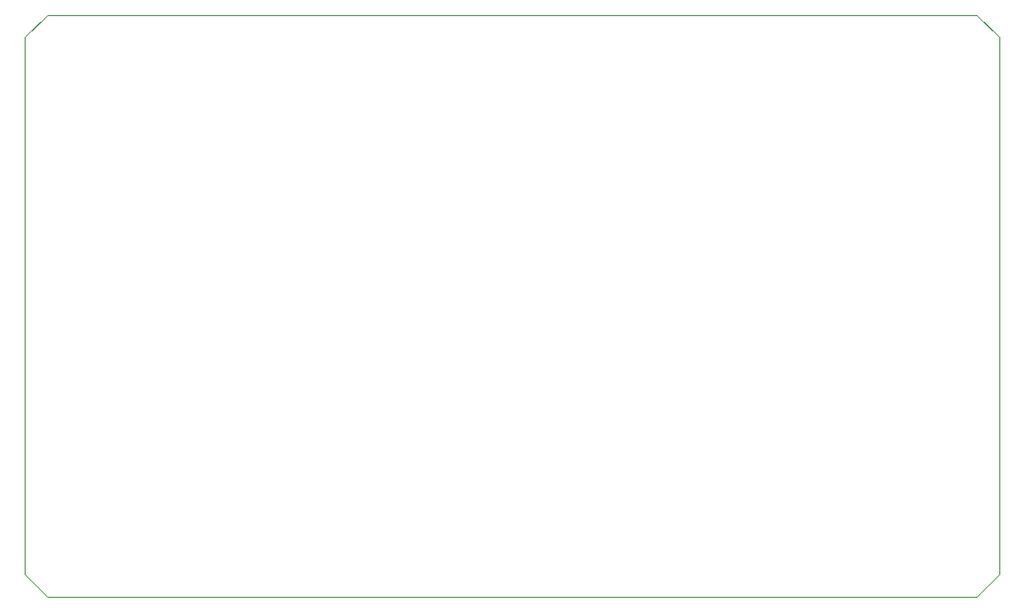
<source format=gko>
G04*
G04 #@! TF.GenerationSoftware,Altium Limited,Altium Designer,22.4.2 (48)*
G04*
G04 Layer_Color=16711935*
%FSLAX44Y44*%
%MOMM*%
G71*
G04*
G04 #@! TF.SameCoordinates,5AEF41FB-E79F-4A44-A991-0DBAD6E3AD50*
G04*
G04*
G04 #@! TF.FilePolarity,Positive*
G04*
G01*
G75*
%ADD11C,0.1000*%
D11*
X415000Y-260000D02*
X435000Y-240000D01*
X-415000Y260000D02*
X415000D01*
X435000Y240000D01*
X435000Y-240000D02*
X435000Y240000D01*
X-435000Y240000D02*
X-415000Y260000D01*
X-435000Y-240000D02*
Y240000D01*
Y-240000D02*
X-415000Y-260000D01*
Y-260000D02*
X415000Y-260000D01*
M02*

</source>
